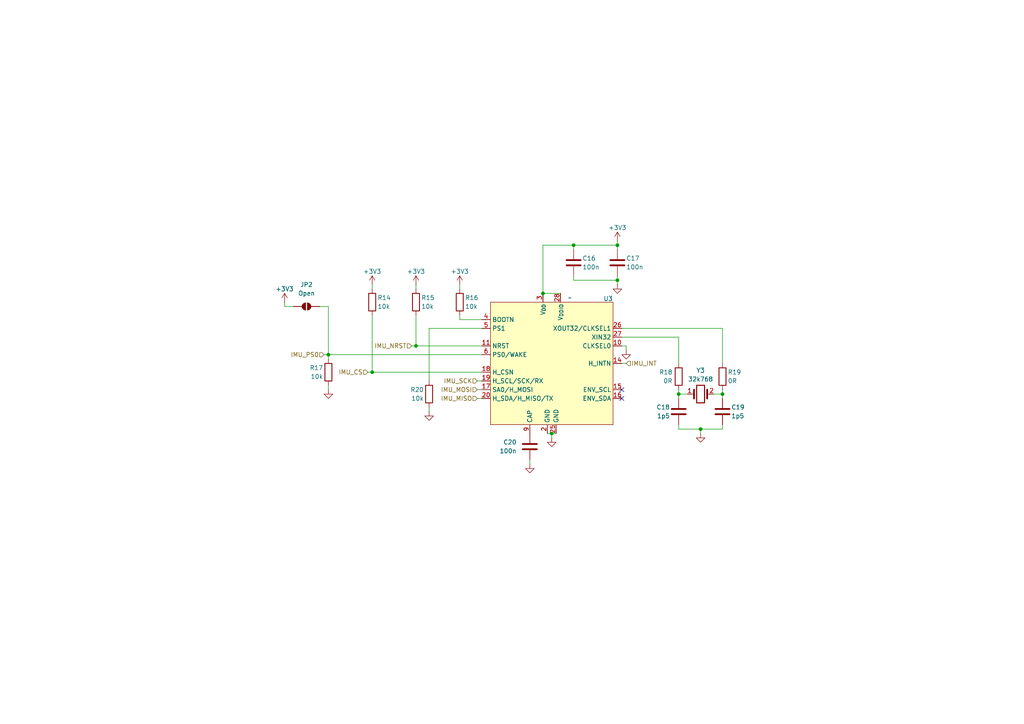
<source format=kicad_sch>
(kicad_sch (version 20231120) (generator "eeschema") (generator_version "8.0")
  (paper "A4")
  (title_block (title "Nerve PCB") (rev "0.1.0-alpha") (company "Daniel Jeon"))
  (lib_symbols
    (symbol "Device:C" (pin_numbers hide) (pin_names (offset 0.254))
      (property "Reference" "C" (at 0.635 2.54 0))
      (property "Value" "C" (at 0.635 -2.54 0))
      (symbol "C_0_1"
        (polyline (pts (xy -2.032 -0.762) (xy 2.032 -0.762)) (stroke (width 0.508)))
        (polyline (pts (xy -2.032 0.762) (xy 2.032 0.762)) (stroke (width 0.508)))
      )
      (symbol "C_1_1"
        (pin passive line (at 0 3.81 270) (length 2.794) (name "~") (number "1"))
        (pin passive line (at 0 -3.81 90) (length 2.794) (name "~") (number "2"))
      )
    )
    (symbol "Device:R" (pin_numbers hide) (pin_names (offset 0))
      (property "Reference" "R" (at 2.032 0 90))
      (property "Value" "R" (at 0 0 90))
      (symbol "R_0_1"
        (rectangle (start -1.016 -2.54) (end 1.016 2.54) (stroke (width 0.254)))
      )
      (symbol "R_1_1"
        (pin passive line (at 0 3.81 270) (length 1.27) (name "~") (number "1"))
        (pin passive line (at 0 -3.81 90) (length 1.27) (name "~") (number "2"))
      )
    )
    (symbol "Jumper:SolderJumper_2_Open" (pin_numbers hide) (pin_names (offset 0) hide) (exclude_from_sim yes) (in_bom no)
      (property "Reference" "JP" (at 0 2.032 0))
      (property "Value" "SolderJumper_2_Open" (at 0 -2.54 0))
      (symbol "SolderJumper_2_Open_0_1"
        (arc (start -0.254 1.016) (mid -1.2656 0) (end -0.254 -1.016))
        (arc (start -0.254 1.016) (mid -1.2656 0) (end -0.254 -1.016) (fill (type outline)))
        (polyline (pts (xy -0.254 1.016) (xy -0.254 -1.016)))
        (polyline (pts (xy 0.254 1.016) (xy 0.254 -1.016)))
        (arc (start 0.254 -1.016) (mid 1.2656 0) (end 0.254 1.016))
        (arc (start 0.254 -1.016) (mid 1.2656 0) (end 0.254 1.016) (fill (type outline)))
      )
      (symbol "SolderJumper_2_Open_1_1"
        (pin passive line (at -3.81 0 0) (length 2.54) (name "A") (number "1"))
        (pin passive line (at 3.81 0 180) (length 2.54) (name "B") (number "2"))
      )
    )
    (symbol "ceva:bno085" (exclude_from_sim yes)
      (property "Reference" "U" (at 16.51 19.05 0))
      (symbol "bno085_1_0"
        (pin input line (at 20.32 5.08 180) (length 2.54) (name "CLKSEL0") (number "10"))
        (pin input line (at -20.32 5.08 0) (length 2.54) (name "NRST") (number "11"))
        (pin no_connect line (at 7.62 -20.32 90) (length 2.54) hide (name "RESV_NC") (number "12"))
        (pin no_connect line (at 8.89 -20.32 90) (length 2.54) hide (name "RESV_NC") (number "13"))
        (pin output line (at 20.32 0 180) (length 2.54) (name "H_INTN") (number "14"))
        (pin bidirectional line (at 20.32 -7.62 180) (length 2.54) (name "ENV_SCL") (number "15"))
        (pin bidirectional line (at 20.32 -10.16 180) (length 2.54) (name "ENV_SDA") (number "16"))
        (pin input line (at -20.32 -7.62 0) (length 2.54) (name "SA0/H_MOSI") (number "17"))
        (pin input line (at -20.32 -2.54 0) (length 2.54) (name "H_CSN") (number "18"))
        (pin bidirectional line (at -20.32 -5.08 0) (length 2.54) (name "H_SCL/SCK/RX") (number "19"))
        (pin bidirectional line (at -20.32 -10.16 0) (length 2.54) (name "H_SDA/H_MISO/TX") (number "20"))
        (pin no_connect line (at 10.16 -20.32 90) (length 2.54) hide (name "RESV_NC") (number "21"))
        (pin no_connect line (at 11.43 -20.32 90) (length 2.54) hide (name "RESV_NC") (number "22"))
        (pin no_connect line (at 12.7 -20.32 90) (length 2.54) hide (name "RESV_NC") (number "23"))
        (pin no_connect line (at 13.97 -20.32 90) (length 2.54) hide (name "RESV_NC") (number "24"))
        (pin power_in line (at 1.27 -20.32 90) (length 2.54) (name "GND") (number "25"))
        (pin output line (at 20.32 10.16 180) (length 2.54) (name "XOUT32/CLKSEL1") (number "26"))
        (pin input line (at 20.32 7.62 180) (length 2.54) (name "XIN32") (number "27"))
        (pin power_in line (at 2.54 20.32 270) (length 2.54) (name "V_{DDIO}") (number "28"))
        (pin passive line (at -6.35 -20.32 90) (length 2.54) (name "CAP") (number "9"))
      )
      (symbol "bno085_1_1"
        (rectangle (start -17.78 17.78) (end 17.78 -17.78) (fill (type background)))
        (pin no_connect line (at 3.81 -20.32 90) (length 2.54) hide (name "RESV_NC") (number "1"))
        (pin power_in line (at -1.27 -20.32 90) (length 2.54) (name "GND") (number "2"))
        (pin power_in line (at -2.54 20.32 270) (length 2.54) (name "V_{DD}") (number "3"))
        (pin input line (at -20.32 12.7 0) (length 2.54) (name "BOOTN") (number "4"))
        (pin input line (at -20.32 10.16 0) (length 2.54) (name "PS1") (number "5"))
        (pin input line (at -20.32 2.54 0) (length 2.54) (name "PS0/WAKE") (number "6"))
        (pin no_connect line (at 5.08 -20.32 90) (length 2.54) hide (name "RESV_NC") (number "7"))
        (pin no_connect line (at 6.35 -20.32 90) (length 2.54) hide (name "RESV_NC") (number "8"))
      )
    )
    (symbol "common:abs25-32.768khz-6-t"
      (property "Reference" "Y" (at 0 6.35 0))
      (property "Value" "32k768" (at 0 3.81 0))
      (symbol "abs25-32.768khz-6-t_0_1"
        (rectangle (start -1.143 2.54) (end 1.143 -2.54) (stroke (width 0.3048)))
        (polyline (pts (xy -2.54 0) (xy -1.905 0)))
        (polyline (pts (xy -1.905 -1.27) (xy -1.905 1.27)) (stroke (width 0.508)))
        (polyline (pts (xy 1.905 -1.27) (xy 1.905 1.27)) (stroke (width 0.508)))
        (polyline (pts (xy 2.54 0) (xy 1.905 0)))
      )
      (symbol "abs25-32.768khz-6-t_1_0"
        (pin passive line (at -3.81 0 0) (length 1.27) (name "") (number "1"))
        (pin passive line (at 3.81 0 180) (length 1.27) (name "") (number "2"))
      )
    )
    (symbol "power:+3V3" (power) (pin_numbers hide) (pin_names (offset 0) hide)
      (property "Value" "+3V3" (at 0 3.556 0))
      (symbol "+3V3_0_1"
        (polyline (pts (xy -0.762 1.27) (xy 0 2.54)))
        (polyline (pts (xy 0 0) (xy 0 2.54)))
        (polyline (pts (xy 0 2.54) (xy 0.762 1.27)))
      )
      (symbol "+3V3_1_1"
        (pin power_in line (at 0 0 90) (length 0) (name "~") (number "1"))
      )
    )
    (symbol "power:GND" (power) (pin_numbers hide) (pin_names (offset 0) hide)
      (property "Value" "GND" (at 0 -3.81 0))
      (symbol "GND_0_1"
        (polyline (pts (xy 0 0) (xy 0 -1.27) (xy 1.27 -1.27) (xy 0 -2.54) (xy -1.27 -1.27) (xy 0 -1.27)))
      )
      (symbol "GND_1_1"
        (pin power_in line (at 0 0 270) (length 0) (name "~") (number "1"))
      )
    )
  )
  (junction (at 179.07 71.12))
  (junction (at 157.48 85.09))
  (junction (at 120.65 100.33))
  (junction (at 196.85 114.3))
  (junction (at 179.07 81.28))
  (junction (at 160.02 125.73))
  (junction (at 209.55 114.3))
  (junction (at 166.37 71.12))
  (junction (at 95.25 102.87))
  (junction (at 203.2 124.46))
  (junction (at 107.95 107.95))
  (no_connect (at 180.34 115.57))
  (no_connect (at 180.34 113.03))
  (wire (pts (xy 162.56 86.36) (xy 162.56 85.09)))
  (wire (pts (xy 107.95 107.95) (xy 139.7 107.95)))
  (wire (pts (xy 95.25 88.9) (xy 95.25 102.87)))
  (wire (pts (xy 196.85 124.46) (xy 203.2 124.46)))
  (wire (pts (xy 196.85 123.19) (xy 196.85 124.46)))
  (wire (pts (xy 166.37 81.28) (xy 179.07 81.28)))
  (wire (pts (xy 209.55 114.3) (xy 207.01 114.3)))
  (wire (pts (xy 157.48 86.36) (xy 157.48 85.09)))
  (wire (pts (xy 158.75 124.46) (xy 158.75 125.73)))
  (wire (pts (xy 157.48 71.12) (xy 166.37 71.12)))
  (wire (pts (xy 106.68 107.95) (xy 107.95 107.95)))
  (wire (pts (xy 181.61 100.33) (xy 181.61 101.6)))
  (wire (pts (xy 124.46 119.38) (xy 124.46 118.11)))
  (wire (pts (xy 180.34 100.33) (xy 181.61 100.33)))
  (wire (pts (xy 166.37 80.01) (xy 166.37 81.28)))
  (wire (pts (xy 119.38 100.33) (xy 120.65 100.33)))
  (wire (pts (xy 153.67 133.35) (xy 153.67 134.62)))
  (wire (pts (xy 133.35 92.71) (xy 133.35 91.44)))
  (wire (pts (xy 95.25 113.03) (xy 95.25 111.76)))
  (wire (pts (xy 179.07 80.01) (xy 179.07 81.28)))
  (wire (pts (xy 196.85 114.3) (xy 196.85 115.57)))
  (wire (pts (xy 180.34 105.41) (xy 181.61 105.41)))
  (wire (pts (xy 179.07 69.85) (xy 179.07 71.12)))
  (wire (pts (xy 199.39 114.3) (xy 196.85 114.3)))
  (wire (pts (xy 196.85 97.79) (xy 196.85 105.41)))
  (wire (pts (xy 203.2 124.46) (xy 203.2 125.73)))
  (wire (pts (xy 196.85 113.03) (xy 196.85 114.3)))
  (wire (pts (xy 139.7 92.71) (xy 133.35 92.71)))
  (wire (pts (xy 138.43 113.03) (xy 139.7 113.03)))
  (wire (pts (xy 180.34 97.79) (xy 196.85 97.79)))
  (wire (pts (xy 82.55 87.63) (xy 82.55 88.9)))
  (wire (pts (xy 209.55 113.03) (xy 209.55 114.3)))
  (wire (pts (xy 209.55 95.25) (xy 209.55 105.41)))
  (wire (pts (xy 209.55 123.19) (xy 209.55 124.46)))
  (wire (pts (xy 179.07 81.28) (xy 179.07 82.55)))
  (wire (pts (xy 166.37 71.12) (xy 179.07 71.12)))
  (wire (pts (xy 120.65 91.44) (xy 120.65 100.33)))
  (wire (pts (xy 82.55 88.9) (xy 85.09 88.9)))
  (wire (pts (xy 107.95 91.44) (xy 107.95 107.95)))
  (wire (pts (xy 124.46 95.25) (xy 124.46 110.49)))
  (wire (pts (xy 138.43 110.49) (xy 139.7 110.49)))
  (wire (pts (xy 158.75 125.73) (xy 160.02 125.73)))
  (wire (pts (xy 203.2 124.46) (xy 209.55 124.46)))
  (wire (pts (xy 92.71 88.9) (xy 95.25 88.9)))
  (wire (pts (xy 124.46 95.25) (xy 139.7 95.25)))
  (wire (pts (xy 161.29 124.46) (xy 161.29 125.73)))
  (wire (pts (xy 161.29 125.73) (xy 160.02 125.73)))
  (wire (pts (xy 120.65 100.33) (xy 139.7 100.33)))
  (wire (pts (xy 133.35 82.55) (xy 133.35 83.82)))
  (wire (pts (xy 107.95 82.55) (xy 107.95 83.82)))
  (wire (pts (xy 157.48 85.09) (xy 157.48 71.12)))
  (wire (pts (xy 93.98 102.87) (xy 95.25 102.87)))
  (wire (pts (xy 180.34 95.25) (xy 209.55 95.25)))
  (wire (pts (xy 179.07 71.12) (xy 179.07 72.39)))
  (wire (pts (xy 138.43 115.57) (xy 139.7 115.57)))
  (wire (pts (xy 95.25 102.87) (xy 95.25 104.14)))
  (wire (pts (xy 120.65 82.55) (xy 120.65 83.82)))
  (wire (pts (xy 209.55 114.3) (xy 209.55 115.57)))
  (wire (pts (xy 157.48 85.09) (xy 162.56 85.09)))
  (wire (pts (xy 153.67 124.46) (xy 153.67 125.73)))
  (wire (pts (xy 160.02 125.73) (xy 160.02 127)))
  (wire (pts (xy 166.37 71.12) (xy 166.37 72.39)))
  (wire (pts (xy 95.25 102.87) (xy 139.7 102.87)))
  (hierarchical_label "IMU_CS" (shape input) (at 106.68 107.95 180))
  (hierarchical_label "IMU_PS0" (shape input) (at 93.98 102.87 180))
  (hierarchical_label "IMU_NRST" (shape input) (at 119.38 100.33 180))
  (hierarchical_label "IMU_INT" (shape input) (at 181.61 105.41 0))
  (hierarchical_label "IMU_SCK" (shape input) (at 138.43 110.49 180))
  (hierarchical_label "IMU_MOSI" (shape input) (at 138.43 113.03 180))
  (hierarchical_label "IMU_MISO" (shape input) (at 138.43 115.57 180))
  (symbol (lib_id "power:+3V3") (at 82.55 87.63 0) (unit 1)
    (property "Reference" "#PWR063" (effects (hide yes)))
    (property "Value" "+3V3" (at 82.55 83.82 0))
    (property "Description" "Power symbol creates a global label with name \"+3V3\"" (effects (hide yes)))
  )
  (symbol (lib_id "Device:C") (at 166.37 76.2 0) (unit 1)
    (property "Reference" "C16" (at 168.91 74.93 0) (effects (justify left)))
    (property "Value" "100n" (at 168.91 77.47 0) (effects (justify left)))
    (property "Footprint" "Capacitor_SMD:C_0402_1005Metric" (effects (hide yes)))
    (property "Description" "Unpolarized capacitor" (effects (hide yes)))
  )
  (symbol (lib_id "Device:C") (at 209.55 119.38 0) (unit 1)
    (property "Reference" "C19" (at 212.09 118.11 0) (effects (justify left)))
    (property "Value" "1p5" (at 212.09 120.65 0) (effects (justify left)))
    (property "Footprint" "Capacitor_SMD:C_0402_1005Metric" (effects (hide yes)))
    (property "Description" "Unpolarized capacitor" (effects (hide yes)))
  )
  (symbol (lib_id "power:GND") (at 153.67 134.62 0) (unit 1)
    (property "Reference" "#PWR069" (effects (hide yes)))
    (property "Value" "GND" (effects (hide yes)))
    (property "Description" "Power symbol creates a global label with name \"GND\" , ground" (effects (hide yes)))
  )
  (symbol (lib_id "Device:C") (at 153.67 129.54 0) (unit 1)
    (property "Reference" "C20" (at 149.86 128.2699 0) (effects (justify right)))
    (property "Value" "100n" (at 149.86 130.8099 0) (effects (justify right)))
    (property "Footprint" "Capacitor_SMD:C_0402_1005Metric" (effects (hide yes)))
    (property "Description" "Unpolarized capacitor" (effects (hide yes)))
  )
  (symbol (lib_id "power:GND") (at 124.46 119.38 0) (unit 1)
    (property "Reference" "#PWR066" (effects (hide yes)))
    (property "Value" "GND" (effects (hide yes)))
    (property "Description" "Power symbol creates a global label with name \"GND\" , ground" (effects (hide yes)))
  )
  (symbol (lib_id "common:abs25-32.768khz-6-t") (at 203.2 114.3 0) (unit 1)
    (property "Reference" "Y3" (at 203.2 107.442 0))
    (property "Value" "32k768" (at 203.2 109.982 0))
    (property "Footprint" "common:xtal_abs25-32.768khz-6-t" (effects (hide yes)))
    (property "Datasheet" "https://abracon.com/Resonators/abs25.pdf" (effects (hide yes)))
    (property "Description" "CRYSTAL 32.7680KHz 6PF SMD" (effects (hide yes)))
    (property "Manufacturer" "Abracon LLC" (effects (hide yes)))
    (property "Manufacturer Part Number" "ABS25-32.768KHZ-6-T" (effects (hide yes)))
    (property "Distributor" "DigiKey" (effects (hide yes)))
    (property "Distributor Part Number" "535-10240-1-ND" (effects (hide yes)))
    (property "Distributor Link" "https://www.digikey.ca/en/products/detail/abracon-llc/ABS25-32-768KHZ-6-T/2217986" (effects (hide yes)))
  )
  (symbol (lib_id "power:GND") (at 95.25 113.03 0) (unit 1)
    (property "Reference" "#PWR065" (effects (hide yes)))
    (property "Value" "GND" (effects (hide yes)))
    (property "Description" "Power symbol creates a global label with name \"GND\" , ground" (effects (hide yes)))
  )
  (symbol (lib_id "Device:R") (at 209.55 109.22 0) (unit 1)
    (property "Reference" "R19" (at 211.074 107.95 0) (effects (justify left)))
    (property "Value" "0R" (at 211.074 110.49 0) (effects (justify left)))
    (property "Footprint" "Resistor_SMD:R_0402_1005Metric" (effects (hide yes)))
    (property "Description" "Resistor" (effects (hide yes)))
  )
  (symbol (lib_id "ceva:bno085") (at 160.02 105.41 0) (unit 1) (exclude_from_sim yes)
    (property "Reference" "U3" (at 175.006 86.614 0) (effects (justify left)))
    (property "Value" "~" (at 164.7541 86.36 0) (effects (justify left)))
    (property "Footprint" "ceva:bno085" (effects (hide yes)))
    (property "Datasheet" "https://www.ceva-ip.com/wp-content/uploads/2019/10/BNO080_085-Datasheet.pdf" (effects (hide yes)))
    (property "Description" "Accelerometer, Gyroscope, Magnetometer, 9 Axis Sensor I2C, SPI, UART Output" (effects (hide yes)))
    (property "Manufacturer" "CEVA Technologies, Inc." (effects (hide yes)))
    (property "Manufacturer Part Number" "BNO085" (effects (hide yes)))
    (property "Distributor" "DigiKey" (effects (hide yes)))
    (property "Distributor Part Number" "1888-1006-1-ND" (effects (hide yes)))
    (property "Distributor Link" "https://www.digikey.com/en/products/detail/ceva-technologies-inc/BNO085/9445940" (effects (hide yes)))
  )
  (symbol (lib_id "Device:C") (at 179.07 76.2 0) (unit 1)
    (property "Reference" "C17" (at 181.61 74.93 0) (effects (justify left)))
    (property "Value" "100n" (at 181.61 77.47 0) (effects (justify left)))
    (property "Footprint" "Capacitor_SMD:C_0402_1005Metric" (effects (hide yes)))
    (property "Description" "Unpolarized capacitor" (effects (hide yes)))
  )
  (symbol (lib_id "Jumper:SolderJumper_2_Open") (at 88.9 88.9 0) (unit 1) (exclude_from_sim yes) (in_bom no)
    (property "Reference" "JP2" (at 88.9 82.55 0))
    (property "Value" "Open" (at 88.9 85.09 0))
    (property "Footprint" "Jumper:SolderJumper-2_P1.3mm_Open_TrianglePad1.0x1.5mm" (effects (hide yes)))
    (property "Description" "Solder Jumper, 2-pole, open" (effects (hide yes)))
  )
  (symbol (lib_id "Device:R") (at 95.25 107.95 0) (mirror y) (unit 1)
    (property "Reference" "R17" (at 93.726 106.68 0) (effects (justify left)))
    (property "Value" "10k" (at 93.726 109.22 0) (effects (justify left)))
    (property "Footprint" "Resistor_SMD:R_0402_1005Metric" (effects (hide yes)))
    (property "Description" "Resistor" (effects (hide yes)))
  )
  (symbol (lib_id "Device:C") (at 196.85 119.38 0) (unit 1)
    (property "Reference" "C18" (at 194.31 118.11 0) (effects (justify right)))
    (property "Value" "1p5" (at 194.31 120.65 0) (effects (justify right)))
    (property "Footprint" "Capacitor_SMD:C_0402_1005Metric" (effects (hide yes)))
    (property "Description" "Unpolarized capacitor" (effects (hide yes)))
  )
  (symbol (lib_id "power:+3V3") (at 120.65 82.55 0) (unit 1)
    (property "Reference" "#PWR060" (effects (hide yes)))
    (property "Value" "+3V3" (at 120.65 78.74 0))
    (property "Description" "Power symbol creates a global label with name \"+3V3\"" (effects (hide yes)))
  )
  (symbol (lib_id "Device:R") (at 124.46 114.3 0) (mirror y) (unit 1)
    (property "Reference" "R20" (at 122.936 113.03 0) (effects (justify left)))
    (property "Value" "10k" (at 122.936 115.57 0) (effects (justify left)))
    (property "Footprint" "Resistor_SMD:R_0402_1005Metric" (effects (hide yes)))
    (property "Description" "Resistor" (effects (hide yes)))
  )
  (symbol (lib_id "power:GND") (at 160.02 127 0) (unit 1)
    (property "Reference" "#PWR068" (effects (hide yes)))
    (property "Value" "GND" (effects (hide yes)))
    (property "Description" "Power symbol creates a global label with name \"GND\" , ground" (effects (hide yes)))
  )
  (symbol (lib_id "power:GND") (at 179.07 82.55 0) (unit 1)
    (property "Reference" "#PWR062" (effects (hide yes)))
    (property "Value" "GND" (effects (hide yes)))
    (property "Description" "Power symbol creates a global label with name \"GND\" , ground" (effects (hide yes)))
  )
  (symbol (lib_id "power:+3V3") (at 133.35 82.55 0) (unit 1)
    (property "Reference" "#PWR061" (effects (hide yes)))
    (property "Value" "+3V3" (at 133.35 78.74 0))
    (property "Description" "Power symbol creates a global label with name \"+3V3\"" (effects (hide yes)))
  )
  (symbol (lib_id "power:GND") (at 203.2 125.73 0) (unit 1)
    (property "Reference" "#PWR067" (effects (hide yes)))
    (property "Value" "GND" (effects (hide yes)))
    (property "Description" "Power symbol creates a global label with name \"GND\" , ground" (effects (hide yes)))
  )
  (symbol (lib_id "Device:R") (at 120.65 87.63 0) (unit 1)
    (property "Reference" "R15" (at 122.174 86.36 0) (effects (justify left)))
    (property "Value" "10k" (at 122.174 88.9 0) (effects (justify left)))
    (property "Footprint" "Resistor_SMD:R_0402_1005Metric" (effects (hide yes)))
    (property "Description" "Resistor" (effects (hide yes)))
  )
  (symbol (lib_id "Device:R") (at 107.95 87.63 0) (unit 1)
    (property "Reference" "R14" (at 109.474 86.36 0) (effects (justify left)))
    (property "Value" "10k" (at 109.474 88.9 0) (effects (justify left)))
    (property "Footprint" "Resistor_SMD:R_0402_1005Metric" (effects (hide yes)))
    (property "Description" "Resistor" (effects (hide yes)))
  )
  (symbol (lib_id "Device:R") (at 133.35 87.63 0) (unit 1)
    (property "Reference" "R16" (at 134.874 86.36 0) (effects (justify left)))
    (property "Value" "10k" (at 134.874 88.9 0) (effects (justify left)))
    (property "Footprint" "Resistor_SMD:R_0402_1005Metric" (effects (hide yes)))
    (property "Description" "Resistor" (effects (hide yes)))
  )
  (symbol (lib_id "power:GND") (at 181.61 101.6 0) (unit 1)
    (property "Reference" "#PWR064" (effects (hide yes)))
    (property "Value" "GND" (effects (hide yes)))
    (property "Description" "Power symbol creates a global label with name \"GND\" , ground" (effects (hide yes)))
  )
  (symbol (lib_id "power:+3V3") (at 107.95 82.55 0) (unit 1)
    (property "Reference" "#PWR059" (effects (hide yes)))
    (property "Value" "+3V3" (at 107.95 78.74 0))
    (property "Description" "Power symbol creates a global label with name \"+3V3\"" (effects (hide yes)))
  )
  (symbol (lib_id "power:+3V3") (at 179.07 69.85 0) (unit 1)
    (property "Reference" "#PWR058" (effects (hide yes)))
    (property "Value" "+3V3" (at 179.07 66.04 0))
    (property "Description" "Power symbol creates a global label with name \"+3V3\"" (effects (hide yes)))
  )
  (symbol (lib_id "Device:R") (at 196.85 109.22 0) (unit 1)
    (property "Reference" "R18" (at 195.072 107.95 0) (effects (justify right)))
    (property "Value" "0R" (at 195.072 110.49 0) (effects (justify right)))
    (property "Footprint" "Resistor_SMD:R_0402_1005Metric" (effects (hide yes)))
    (property "Description" "Resistor" (effects (hide yes)))
  )
)
</source>
